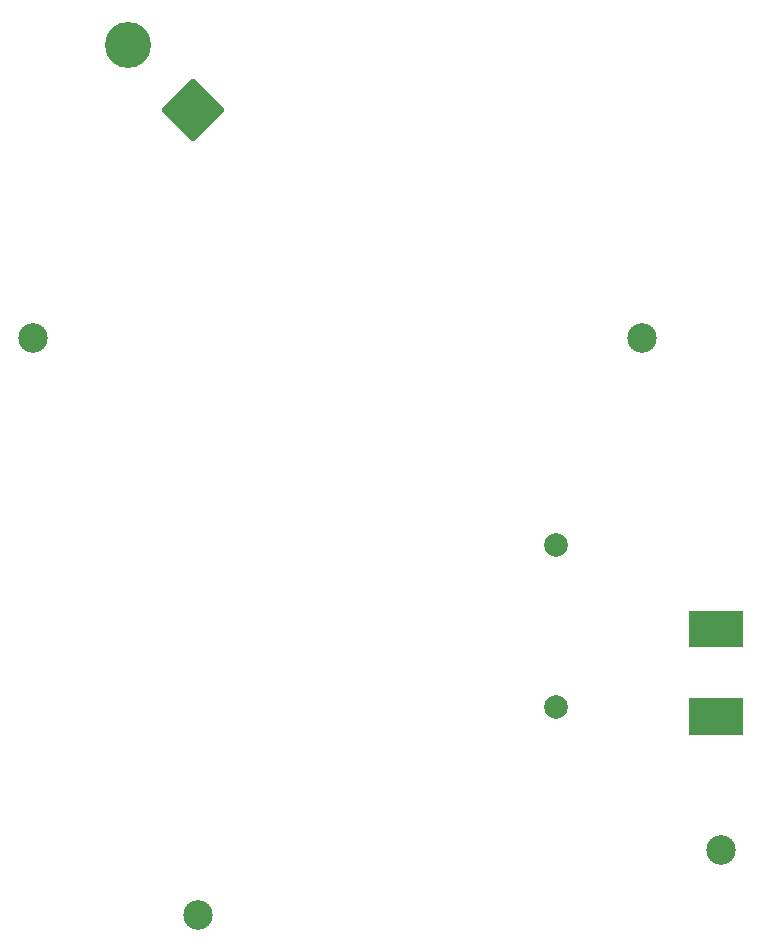
<source format=gbs>
G04 #@! TF.GenerationSoftware,KiCad,Pcbnew,8.0.1*
G04 #@! TF.CreationDate,2024-05-02T01:56:28+08:00*
G04 #@! TF.ProjectId,BatteryPod,42617474-6572-4795-906f-642e6b696361,rev?*
G04 #@! TF.SameCoordinates,Original*
G04 #@! TF.FileFunction,Soldermask,Bot*
G04 #@! TF.FilePolarity,Negative*
%FSLAX46Y46*%
G04 Gerber Fmt 4.6, Leading zero omitted, Abs format (unit mm)*
G04 Created by KiCad (PCBNEW 8.0.1) date 2024-05-02 01:56:28*
%MOMM*%
%LPD*%
G01*
G04 APERTURE LIST*
G04 Aperture macros list*
%AMRoundRect*
0 Rectangle with rounded corners*
0 $1 Rounding radius*
0 $2 $3 $4 $5 $6 $7 $8 $9 X,Y pos of 4 corners*
0 Add a 4 corners polygon primitive as box body*
4,1,4,$2,$3,$4,$5,$6,$7,$8,$9,$2,$3,0*
0 Add four circle primitives for the rounded corners*
1,1,$1+$1,$2,$3*
1,1,$1+$1,$4,$5*
1,1,$1+$1,$6,$7*
1,1,$1+$1,$8,$9*
0 Add four rect primitives between the rounded corners*
20,1,$1+$1,$2,$3,$4,$5,0*
20,1,$1+$1,$4,$5,$6,$7,0*
20,1,$1+$1,$6,$7,$8,$9,0*
20,1,$1+$1,$8,$9,$2,$3,0*%
G04 Aperture macros list end*
%ADD10C,0.100000*%
%ADD11C,2.000000*%
%ADD12RoundRect,0.250002X2.404160X0.000000X0.000000X2.404160X-2.404160X0.000000X0.000000X-2.404160X0*%
%ADD13C,3.900000*%
%ADD14C,2.500000*%
G04 APERTURE END LIST*
D10*
X140000000Y-131800000D02*
X144500000Y-131800000D01*
X144500000Y-134800000D01*
X140000000Y-134800000D01*
X140000000Y-131800000D01*
G36*
X140000000Y-131800000D02*
G01*
X144500000Y-131800000D01*
X144500000Y-134800000D01*
X140000000Y-134800000D01*
X140000000Y-131800000D01*
G37*
X140000000Y-124400000D02*
X144500000Y-124400000D01*
X144500000Y-127400000D01*
X140000000Y-127400000D01*
X140000000Y-124400000D01*
G36*
X140000000Y-124400000D02*
G01*
X144500000Y-124400000D01*
X144500000Y-127400000D01*
X140000000Y-127400000D01*
X140000000Y-124400000D01*
G37*
D11*
X128700000Y-132500000D03*
X128700000Y-118800000D03*
D12*
X98000000Y-82000000D03*
D13*
X92484567Y-76484567D03*
D14*
X142700000Y-144600000D03*
X98400000Y-150100000D03*
X136050000Y-101300000D03*
X84450000Y-101300000D03*
M02*

</source>
